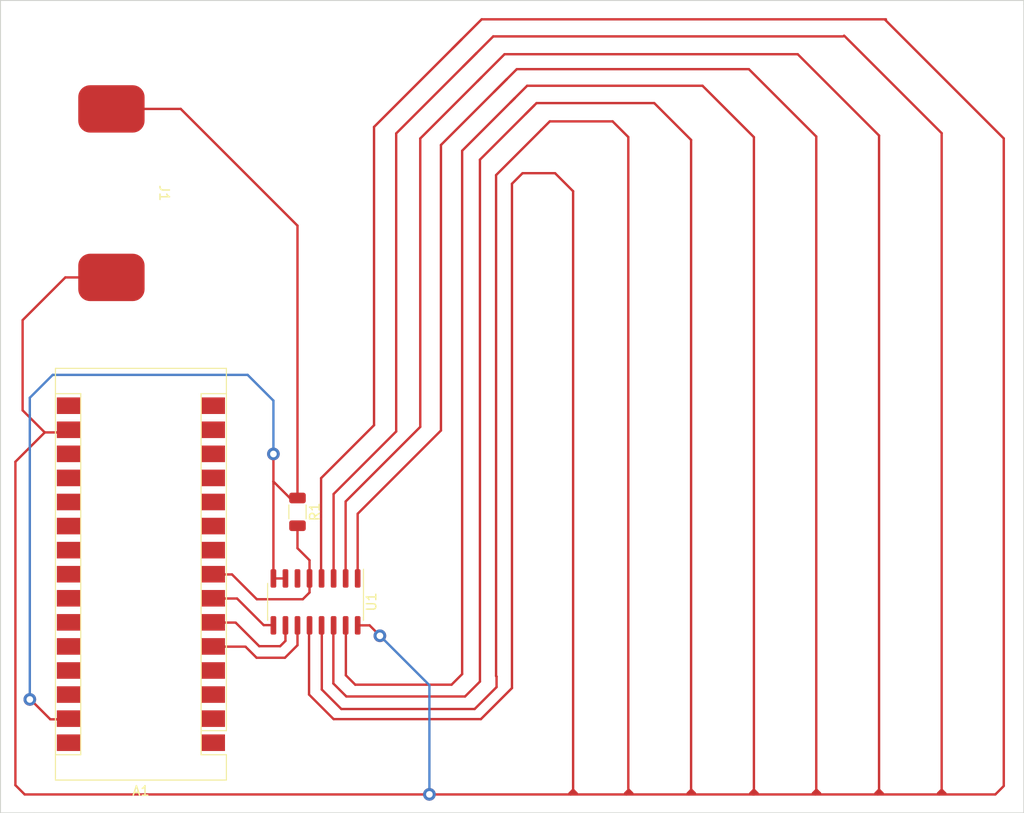
<source format=kicad_pcb>
(kicad_pcb (version 20211014) (generator pcbnew)
  (layers (0 "F.Cu" signal) (31 "B.Cu" signal) (34 "B.Paste" user) (35 "F.Paste" user) (36 "B.SilkS" user "B.Silkscreen") (37 "F.SilkS" user "F.Silkscreen") (38 "B.Mask" user) (39 "F.Mask" user) (44 "Edge.Cuts" user))
  (net 0 "")
  (net 4 "GND")
  (net 18 "Net-(A1-Pad8)")
  (net 33 "Net-(A1-Pad5)")
  (net 34 "Net-(A1-Pad6)")
  (net 35 "Net-(A1-Pad7)")
  (net 36 "Net-(A1-Pad17)")
  (footprint "Resistor_SMD:R_1206_3216Metric" (layer "F.Cu") (at 114.678229 92.290029 -90)
    (fp_text reference "R1" (at 0 -1.82 90) (layer "F.SilkS"))
    (fp_text value "R")
    (fp_line (start -0.727064 0.91) (end 0.727064 0.91) (layer "F.SilkS") (width 0.12))
    (fp_line (start -0.727064 -0.91) (end 0.727064 -0.91) (layer "F.SilkS") (width 0.12))
    (pad "1" smd roundrect (at -1.4625 0 270) (size 1.125 1.75) (layers "F.Cu" "F.Paste" "F.Mask") (roundrect_rratio 0.222222) (net 4 "GND"))
    (pad "2" smd roundrect (at 1.4625 0 270) (size 1.125 1.75) (layers "F.Cu" "F.Paste" "F.Mask") (roundrect_rratio 0.222222) (net 18 "Net-(A1-Pad8)"))
  )
  (footprint "ARTS-Lab:banana_connector" (layer "F.Cu") (at 100.124029 58.660429 -90)
    (fp_text reference "J1" (at 0 -0.5 -90 unlocked) (layer "F.SilkS"))
    (fp_text value "Conn_01x02_Female")
    (pad "1" smd roundrect (at -8.89 5.08 270) (size 5 7) (layers "F.Cu" "F.Paste" "F.Mask") (net 4 "GND"))
    (pad "2" smd roundrect (at 8.89 5.08 270) (size 5 7) (layers "F.Cu" "F.Paste" "F.Mask") (net 36 "Net-(A1-Pad17)"))
  )
  (footprint "Package_SO:SOIC-16_3.9x9.9mm_P1.27mm" (layer "F.Cu") (at 116.583229 101.789629 -90)
    (fp_text reference "U1" (at 0 -5.9 90) (layer "F.SilkS"))
    (fp_text value "SN74HCS15QDRQ1CT")
    (fp_line (start 0 -5.06) (end -3.45 -5.06) (layer "F.SilkS") (width 0.12))
    (fp_line (start 0 5.06) (end -1.95 5.06) (layer "F.SilkS") (width 0.12))
    (fp_line (start 0 -5.06) (end 1.95 -5.06) (layer "F.SilkS") (width 0.12))
    (fp_line (start 0 5.06) (end 1.95 5.06) (layer "F.SilkS") (width 0.12))
    (pad "1" smd roundrect (at -2.475 -4.445 270) (size 1.95 0.6) (layers "F.Cu" "F.Paste" "F.Mask"))
    (pad "2" smd roundrect (at -2.475 -3.175 270) (size 1.95 0.6) (layers "F.Cu" "F.Paste" "F.Mask"))
    (pad "3" smd roundrect (at -2.475 -1.905 270) (size 1.95 0.6) (layers "F.Cu" "F.Paste" "F.Mask"))
    (pad "4" smd roundrect (at -2.475 -0.635 270) (size 1.95 0.6) (layers "F.Cu" "F.Paste" "F.Mask"))
    (pad "5" smd roundrect (at -2.475 0.635 270) (size 1.95 0.6) (layers "F.Cu" "F.Paste" "F.Mask") (net 18 "Net-(A1-Pad8)"))
    (pad "6" smd roundrect (at -2.475 1.905 270) (size 1.95 0.6) (layers "F.Cu" "F.Paste" "F.Mask"))
    (pad "7" smd roundrect (at -2.475 3.175 270) (size 1.95 0.6) (layers "F.Cu" "F.Paste" "F.Mask") (net 4 "GND"))
    (pad "8" smd roundrect (at -2.475 4.445 270) (size 1.95 0.6) (layers "F.Cu" "F.Paste" "F.Mask") (net 4 "GND"))
    (pad "9" smd roundrect (at 2.475 4.445 270) (size 1.95 0.6) (layers "F.Cu" "F.Paste" "F.Mask") (net 35 "Net-(A1-Pad7)"))
    (pad "10" smd roundrect (at 2.475 3.175 270) (size 1.95 0.6) (layers "F.Cu" "F.Paste" "F.Mask") (net 34 "Net-(A1-Pad6)"))
    (pad "11" smd roundrect (at 2.475 1.905 270) (size 1.95 0.6) (layers "F.Cu" "F.Paste" "F.Mask") (net 33 "Net-(A1-Pad5)"))
    (pad "12" smd roundrect (at 2.475 0.635 270) (size 1.95 0.6) (layers "F.Cu" "F.Paste" "F.Mask"))
    (pad "13" smd roundrect (at 2.475 -0.635 270) (size 1.95 0.6) (layers "F.Cu" "F.Paste" "F.Mask"))
    (pad "14" smd roundrect (at 2.475 -1.905 270) (size 1.95 0.6) (layers "F.Cu" "F.Paste" "F.Mask"))
    (pad "15" smd roundrect (at 2.475 -3.175 270) (size 1.95 0.6) (layers "F.Cu" "F.Paste" "F.Mask"))
    (pad "16" smd roundrect (at 2.475 -4.445 270) (size 1.95 0.6) (layers "F.Cu" "F.Paste" "F.Mask") (net 36 "Net-(A1-Pad17)"))
  )
  (footprint "Module:Arduino_Nano" (layer "F.Cu") (at 105.778229 116.648629 180)
    (fp_text reference "A1" (at 7.62 -5.08) (layer "F.SilkS"))
    (fp_text value "Arduino_Nano_v3.x")
    (fp_line (start 16.64 39.5) (end 16.64 -3.94) (layer "F.SilkS") (width 0.12))
    (fp_line (start 16.64 -3.94) (end -1.4 -3.94) (layer "F.SilkS") (width 0.12))
    (fp_line (start 13.97 36.83) (end 16.64 36.83) (layer "F.SilkS") (width 0.12))
    (fp_line (start 13.97 -1.27) (end 13.97 36.83) (layer "F.SilkS") (width 0.12))
    (fp_line (start 1.27 1.27) (end 1.27 36.83) (layer "F.SilkS") (width 0.12))
    (fp_line (start -1.4 -3.94) (end -1.4 -1.27) (layer "F.SilkS") (width 0.12))
    (fp_line (start 1.27 36.83) (end -1.4 36.83) (layer "F.SilkS") (width 0.12))
    (fp_line (start 1.27 1.27) (end 1.27 -1.27) (layer "F.SilkS") (width 0.12))
    (fp_line (start 13.97 -1.27) (end 16.64 -1.27) (layer "F.SilkS") (width 0.12))
    (fp_line (start 1.27 1.27) (end -1.4 1.27) (layer "F.SilkS") (width 0.12))
    (fp_line (start -1.4 39.5) (end 16.64 39.5) (layer "F.SilkS") (width 0.12))
    (fp_line (start 1.27 -1.27) (end -1.4 -1.27) (layer "F.SilkS") (width 0.12))
    (fp_line (start -1.4 1.27) (end -1.4 39.5) (layer "F.SilkS") (width 0.12))
    (pad "1" smd rect (at 0 0 180) (size 2.5 1.75) (layers "F.Cu" "F.Paste" "F.Mask"))
    (pad "2" smd rect (at 0 2.54 180) (size 2.5 1.75) (layers "F.Cu" "F.Paste" "F.Mask"))
    (pad "3" smd rect (at 0 5.08 180) (size 2.5 1.75) (layers "F.Cu" "F.Paste" "F.Mask"))
    (pad "4" smd rect (at 0 7.62 180) (size 2.5 1.75) (layers "F.Cu" "F.Paste" "F.Mask") (net 4 "GND"))
    (pad "5" smd rect (at 0 10.16 180) (size 2.5 1.75) (layers "F.Cu" "F.Paste" "F.Mask") (net 33 "Net-(A1-Pad5)"))
    (pad "6" smd rect (at 0 12.7 180) (size 2.5 1.75) (layers "F.Cu" "F.Paste" "F.Mask") (net 34 "Net-(A1-Pad6)"))
    (pad "7" smd rect (at 0 15.24 180) (size 2.5 1.75) (layers "F.Cu" "F.Paste" "F.Mask") (net 35 "Net-(A1-Pad7)"))
    (pad "8" smd rect (at 0 17.78 180) (size 2.5 1.75) (layers "F.Cu" "F.Paste" "F.Mask") (net 18 "Net-(A1-Pad8)"))
    (pad "9" smd rect (at 0 20.32 180) (size 2.5 1.75) (layers "F.Cu" "F.Paste" "F.Mask"))
    (pad "10" smd rect (at 0 22.86 180) (size 2.5 1.75) (layers "F.Cu" "F.Paste" "F.Mask"))
    (pad "11" smd rect (at 0 25.4 180) (size 2.5 1.75) (layers "F.Cu" "F.Paste" "F.Mask"))
    (pad "12" smd rect (at 0 27.94 180) (size 2.5 1.75) (layers "F.Cu" "F.Paste" "F.Mask"))
    (pad "13" smd rect (at 0 30.48 180) (size 2.5 1.75) (layers "F.Cu" "F.Paste" "F.Mask"))
    (pad "14" smd rect (at 0 33.02 180) (size 2.5 1.75) (layers "F.Cu" "F.Paste" "F.Mask"))
    (pad "15" smd rect (at 0 35.56 180) (size 2.5 1.75) (layers "F.Cu" "F.Paste" "F.Mask"))
    (pad "16" smd rect (at 15.24 35.56 180) (size 2.5 1.75) (layers "F.Cu" "F.Paste" "F.Mask"))
    (pad "17" smd rect (at 15.24 33.02 180) (size 2.5 1.75) (layers "F.Cu" "F.Paste" "F.Mask") (net 36 "Net-(A1-Pad17)"))
    (pad "18" smd rect (at 15.24 30.48 180) (size 2.5 1.75) (layers "F.Cu" "F.Paste" "F.Mask"))
    (pad "19" smd rect (at 15.24 27.94 180) (size 2.5 1.75) (layers "F.Cu" "F.Paste" "F.Mask"))
    (pad "20" smd rect (at 15.24 25.4 180) (size 2.5 1.75) (layers "F.Cu" "F.Paste" "F.Mask"))
    (pad "21" smd rect (at 15.24 22.86 180) (size 2.5 1.75) (layers "F.Cu" "F.Paste" "F.Mask"))
    (pad "22" smd rect (at 15.24 20.32 180) (size 2.5 1.75) (layers "F.Cu" "F.Paste" "F.Mask"))
    (pad "23" smd rect (at 15.24 17.78 180) (size 2.5 1.75) (layers "F.Cu" "F.Paste" "F.Mask"))
    (pad "24" smd rect (at 15.24 15.24 180) (size 2.5 1.75) (layers "F.Cu" "F.Paste" "F.Mask"))
    (pad "25" smd rect (at 15.24 12.7 180) (size 2.5 1.75) (layers "F.Cu" "F.Paste" "F.Mask"))
    (pad "26" smd rect (at 15.24 10.16 180) (size 2.5 1.75) (layers "F.Cu" "F.Paste" "F.Mask"))
    (pad "27" smd rect (at 15.24 7.62 180) (size 2.5 1.75) (layers "F.Cu" "F.Paste" "F.Mask"))
    (pad "28" smd rect (at 15.24 5.08 180) (size 2.5 1.75) (layers "F.Cu" "F.Paste" "F.Mask"))
    (pad "29" smd rect (at 15.24 2.54 180) (size 2.5 1.75) (layers "F.Cu" "F.Paste" "F.Mask") (net 4 "GND"))
    (pad "30" smd rect (at 15.24 0 180) (size 2.5 1.75) (layers "F.Cu" "F.Paste" "F.Mask"))
  )
  (gr_circle (center 112.138229 86.184868) (end 112.70619 86.184868) (layer "F.Cu") (width 0.2) (fill solid))
  (gr_circle (center 123.37419 105.371029) (end 123.942151 105.371029) (layer "F.Cu") (width 0.2) (fill solid))
  (gr_circle (center 86.4362 112.08741) (end 87.004161 112.08741) (layer "F.Cu") (width 0.2) (fill solid))
  (gr_circle (center 128.597429 122.100468) (end 129.16539 122.100468) (layer "F.Cu") (width 0.2) (fill solid))
  (gr_circle (center 123.371419 105.360248) (end 123.93938 105.360248) (layer "B.Cu") (width 0.2) (fill solid))
  (gr_circle (center 112.135458 86.174087) (end 112.703419 86.174087) (layer "B.Cu") (width 0.2) (fill solid))
  (gr_circle (center 128.597429 122.100468) (end 129.16539 122.100468) (layer "B.Cu") (width 0.2) (fill solid))
  (gr_circle (center 86.433429 112.076629) (end 87.00139 112.076629) (layer "B.Cu") (width 0.2) (fill solid))
  (gr_line (start 191.3128 38.7096) (end 191.3128 38.3286) (layer "Edge.Cuts") (width 0.1))
  (gr_line (start 86.9188 124.0536) (end 191.3128 124.0536) (layer "Edge.Cuts") (width 0.1))
  (gr_line (start 86.9188 124.0536) (end 83.3374 124.0536) (layer "Edge.Cuts") (width 0.1))
  (gr_line (start 191.3128 124.0536) (end 191.3128 38.7096) (layer "Edge.Cuts") (width 0.1))
  (gr_line (start 83.3374 124.0536) (end 83.3374 38.3286) (layer "Edge.Cuts") (width 0.1))
  (gr_line (start 191.3128 38.3286) (end 83.3374 38.3286) (layer "Edge.Cuts") (width 0.1))
  (via (at 123.37419 105.371029) (size 0.71) (drill 0.7) (layers "F.Cu" "B.Cu") (net 0))
  (via (at 86.4362 112.08741) (size 0.71) (drill 0.7) (layers "F.Cu" "B.Cu") (net 0))
  (via (at 112.138229 86.184868) (size 0.71) (drill 0.7) (layers "F.Cu" "B.Cu") (net 0))
  (via (at 128.597429 122.100468) (size 0.71) (drill 0.7) (layers "F.Cu" "B.Cu") (net 0))
  (segment (start 112.163629 99.314629) (end 113.433629 99.314629) (width 0.25) (layer "F.Cu") (net 4))
  (segment (start 112.138229 89.089629) (end 112.138229 86.117829) (width 0.25) (layer "F.Cu") (net 4))
  (segment (start 114.678229 62.089429) (end 114.678229 90.827529) (width 0.25) (layer "F.Cu") (net 4))
  (segment (start 113.876129 90.827529) (end 112.138229 89.089629) (width 0.25) (layer "F.Cu") (net 4))
  (segment (start 114.678229 90.827529) (end 113.876129 90.827529) (width 0.25) (layer "F.Cu") (net 4))
  (segment (start 95.044029 49.770429) (end 102.359229 49.770429) (width 0.25) (layer "F.Cu") (net 4))
  (segment (start 102.359229 49.770429) (end 114.678229 62.089429) (width 0.25) (layer "F.Cu") (net 4))
  (segment (start 112.138229 99.314629) (end 112.138229 89.089629) (width 0.25) (layer "F.Cu") (net 4))
  (segment (start 88.5952 114.179371) (end 86.4362 112.020371) (width 0.25) (layer "F.Cu") (net 4))
  (segment (start 89.3572 114.179371) (end 88.5952 114.179371) (width 0.25) (layer "F.Cu") (net 4))
  (segment (start 112.138229 80.555229) (end 112.138229 86.117829) (width 0.25) (layer "B.Cu") (net 4))
  (segment (start 86.433429 112.000429) (end 86.433429 80.250429) (width 0.25) (layer "B.Cu") (net 4))
  (segment (start 86.433429 80.250429) (end 88.846429 77.837429) (width 0.25) (layer "B.Cu") (net 4))
  (segment (start 109.420429 77.837429) (end 112.138229 80.555229) (width 0.25) (layer "B.Cu") (net 4))
  (segment (start 88.846429 77.837429) (end 109.420429 77.837429) (width 0.25) (layer "B.Cu") (net 4))
  (segment (start 115.948229 99.71678) (end 115.948229 100.799029) (width 0.25) (layer "F.Cu") (net 18))
  (segment (start 115.973629 99.314629) (end 115.973629 99.69138) (width 0.25) (layer "F.Cu") (net 18))
  (segment (start 115.948229 99.314629) (end 115.948229 97.395429) (width 0.25) (layer "F.Cu") (net 18))
  (segment (start 114.678229 96.125429) (end 114.678229 93.752529) (width 0.25) (layer "F.Cu") (net 18))
  (segment (start 115.237029 101.510229) (end 110.385629 101.510229) (width 0.25) (layer "F.Cu") (net 18))
  (segment (start 107.769429 98.894029) (end 105.854429 98.894029) (width 0.25) (layer "F.Cu") (net 18))
  (segment (start 110.385629 101.510229) (end 107.769429 98.894029) (width 0.25) (layer "F.Cu") (net 18))
  (segment (start 115.973629 99.69138) (end 115.948229 99.71678) (width 0.25) (layer "F.Cu") (net 18))
  (segment (start 115.948229 100.799029) (end 115.237029 101.510229) (width 0.25) (layer "F.Cu") (net 18))
  (segment (start 115.948229 97.395429) (end 114.678229 96.125429) (width 0.25) (layer "F.Cu") (net 18))
  (segment (start 114.678229 106.361629) (end 113.357429 107.682429) (width 0.25) (layer "F.Cu") (net 33))
  (segment (start 109.191829 106.514029) (end 105.854429 106.514029) (width 0.25) (layer "F.Cu") (net 33))
  (segment (start 110.360229 107.682429) (end 109.191829 106.514029) (width 0.25) (layer "F.Cu") (net 33))
  (segment (start 114.678229 104.239229) (end 114.678229 106.361629) (width 0.25) (layer "F.Cu") (net 33))
  (segment (start 113.357429 107.682429) (end 110.360229 107.682429) (width 0.25) (layer "F.Cu") (net 33))
  (segment (start 113.408229 105.904429) (end 112.849429 106.463229) (width 0.25) (layer "F.Cu") (net 34))
  (segment (start 113.408229 104.239229) (end 113.408229 105.904429) (width 0.25) (layer "F.Cu") (net 34))
  (segment (start 112.849429 106.463229) (end 110.639629 106.463229) (width 0.25) (layer "F.Cu") (net 34))
  (segment (start 108.150429 103.974029) (end 105.854429 103.974029) (width 0.25) (layer "F.Cu") (net 34))
  (segment (start 110.639629 106.463229) (end 108.150429 103.974029) (width 0.25) (layer "F.Cu") (net 34))
  (segment (start 111.108029 104.239229) (end 108.302829 101.434029) (width 0.25) (layer "F.Cu") (net 35))
  (segment (start 112.138229 104.239229) (end 111.108029 104.239229) (width 0.25) (layer "F.Cu") (net 35))
  (segment (start 108.302829 101.434029) (end 105.854429 101.434029) (width 0.25) (layer "F.Cu") (net 35))
  (segment (start 118.488229 114.159429) (end 115.897429 111.568629) (width 0.25) (layer "F.Cu") (net 36))
  (segment (start 144.012458 121.988087) (end 143.504458 121.988087) (width 0.25) (layer "F.Cu") (net 36))
  (segment (start 135.633229 109.612829) (end 135.684029 109.663629) (width 0.25) (layer "F.Cu") (net 36))
  (segment (start 119.834429 111.771829) (end 118.462829 110.400229) (width 0.25) (layer "F.Cu") (net 36))
  (segment (start 137.309629 57.669829) (end 137.309629 110.882829) (width 0.25) (layer "F.Cu") (net 36))
  (segment (start 176.775404 40.316171) (end 134.112 40.316171) (width 0.25) (layer "F.Cu") (net 36))
  (segment (start 133.931429 110.197029) (end 132.356629 111.771829) (width 0.25) (layer "F.Cu") (net 36))
  (segment (start 135.3312 42.119571) (end 133.549085 43.901685) (width 0.25) (layer "F.Cu") (net 36))
  (segment (start 162.842087 122.115087) (end 162.862029 122.095145) (width 0.25) (layer "F.Cu") (net 36))
  (segment (start 136.525 43.999171) (end 134.069786 46.454386) (width 0.25) (layer "F.Cu") (net 36))
  (segment (start 156.486629 121.982629) (end 155.978629 121.982629) (width 0.25) (layer "F.Cu") (net 36))
  (segment (start 125.092229 83.806429) (end 118.488229 90.410429) (width 0.25) (layer "F.Cu") (net 36))
  (segment (start 141.3002 51.085771) (end 140.4112 51.974771) (width 0.25) (layer "F.Cu") (net 36))
  (segment (start 176.04379 121.643361) (end 176.04379 52.580761) (width 0.25) (layer "F.Cu") (net 36))
  (segment (start 125.092229 52.358541) (end 125.092229 83.806429) (width 0.25) (layer "F.Cu") (net 36))
  (segment (start 84.9122 87.004058) (end 88.008229 83.908029) (width 0.25) (layer "F.Cu") (net 36))
  (segment (start 143.761229 58.457229) (end 141.856229 56.552229) (width 0.25) (layer "F.Cu") (net 36))
  (segment (start 156.232629 121.601629) (end 156.613629 121.982629) (width 0.25) (layer "F.Cu") (net 36))
  (segment (start 143.377458 121.988087) (end 143.758458 121.607087) (width 0.25) (layer "F.Cu") (net 36))
  (segment (start 152.321029 49.155371) (end 139.9032 49.155371) (width 0.25) (layer "F.Cu") (net 36))
  (segment (start 169.567629 121.855629) (end 169.313629 122.109629) (width 0.25) (layer "F.Cu") (net 36))
  (segment (start 149.628629 121.855629) (end 149.374629 122.109629) (width 0.25) (layer "F.Cu") (net 36))
  (segment (start 139.645085 49.413485) (end 138.7348 50.323771) (width 0.25) (layer "F.Cu") (net 36))
  (segment (start 182.674029 121.665087) (end 182.648629 121.665087) (width 0.25) (layer "F.Cu") (net 36))
  (segment (start 143.758458 121.861087) (end 143.504458 122.115087) (width 0.25) (layer "F.Cu") (net 36))
  (segment (start 137.309629 110.882829) (end 134.033029 114.159429) (width 0.25) (layer "F.Cu") (net 36))
  (segment (start 141.856229 56.552229) (end 138.427229 56.552229) (width 0.25) (layer "F.Cu") (net 36))
  (segment (start 118.462829 110.400229) (end 118.462829 104.278829) (width 0.25) (layer "F.Cu") (net 36))
  (segment (start 169.440629 121.601629) (end 169.821629 121.982629) (width 0.25) (layer "F.Cu") (net 36))
  (segment (start 135.633229 56.755429) (end 135.633229 109.612829) (width 0.25) (layer "F.Cu") (net 36))
  (segment (start 182.648629 121.601629) (end 183.029629 121.982629) (width 0.25) (layer "F.Cu") (net 36))
  (segment (start 162.306 45.573971) (end 137.8204 45.573971) (width 0.25) (layer "F.Cu") (net 36))
  (segment (start 176.673804 40.358375) (end 189.2046 52.889171) (width 0.25) (layer "F.Cu") (net 36))
  (segment (start 134.033029 114.159429) (end 118.488229 114.159429) (width 0.25) (layer "F.Cu") (net 36))
  (segment (start 189.201829 121.220629) (end 188.312829 122.109629) (width 0.25) (layer "F.Cu") (net 36))
  (segment (start 143.631458 121.988087) (end 143.758458 121.861087) (width 0.25) (layer "F.Cu") (net 36))
  (segment (start 143.761229 121.601629) (end 143.761229 58.457229) (width 0.25) (layer "F.Cu") (net 36))
  (segment (start 143.758458 121.607087) (end 144.139458 121.988087) (width 0.25) (layer "F.Cu") (net 36))
  (segment (start 134.069786 46.454386) (end 127.632229 52.891943) (width 0.25) (layer "F.Cu") (net 36))
  (segment (start 188.312829 122.109629) (end 85.892829 122.109629) (width 0.25) (layer "F.Cu") (net 36))
  (segment (start 132.356629 111.771829) (end 119.834429 111.771829) (width 0.25) (layer "F.Cu") (net 36))
  (segment (start 176.044629 121.665087) (end 176.050151 121.665087) (width 0.25) (layer "F.Cu") (net 36))
  (segment (start 156.21 121.926371) (end 156.21 53.044342) (width 0.25) (layer "F.Cu") (net 36))
  (segment (start 134.069786 46.454386) (end 133.6548 46.869371) (width 0.25) (layer "F.Cu") (net 36))
  (segment (start 134.112 40.316171) (end 131.974285 42.453885) (width 0.25) (layer "F.Cu") (net 36))
  (segment (start 127.632229 83.323829) (end 119.758229 91.197829) (width 0.25) (layer "F.Cu") (net 36))
  (segment (start 121.028229 92.493229) (end 121.028229 99.224229) (width 0.25) (layer "F.Cu") (net 36))
  (segment (start 182.648629 121.855629) (end 182.394629 122.109629) (width 0.25) (layer "F.Cu") (net 36))
  (segment (start 136.762185 46.632185) (end 135.4074 47.986971) (width 0.25) (layer "F.Cu") (net 36))
  (segment (start 138.427229 56.552229) (end 137.309629 57.669829) (width 0.25) (layer "F.Cu") (net 36))
  (segment (start 183.029629 121.982629) (end 182.521629 121.982629) (width 0.25) (layer "F.Cu") (net 36))
  (segment (start 131.974285 42.453885) (end 131.0132 43.414971) (width 0.25) (layer "F.Cu") (net 36))
  (segment (start 172.2628 42.119571) (end 135.3312 42.119571) (width 0.25) (layer "F.Cu") (net 36))
  (segment (start 163.217629 121.982629) (end 162.709629 121.982629) (width 0.25) (layer "F.Cu") (net 36))
  (segment (start 122.284029 104.264629) (end 123.390429 105.371029) (width 0.25) (layer "F.Cu") (net 36))
  (segment (start 149.628629 121.601629) (end 150.009629 121.982629) (width 0.25) (layer "F.Cu") (net 36))
  (segment (start 162.709629 121.982629) (end 162.836629 121.855629) (width 0.25) (layer "F.Cu") (net 36))
  (segment (start 122.755429 51.672741) (end 122.755429 83.146029) (width 0.25) (layer "F.Cu") (net 36))
  (segment (start 175.917629 121.982629) (end 176.044629 121.855629) (width 0.25) (layer "F.Cu") (net 36))
  (segment (start 176.04379 52.580761) (end 167.4622 43.999171) (width 0.25) (layer "F.Cu") (net 36))
  (segment (start 129.816629 83.704829) (end 121.028229 92.493229) (width 0.25) (layer "F.Cu") (net 36))
  (segment (start 133.549085 43.901685) (end 132.1308 45.319971) (width 0.25) (layer "F.Cu") (net 36))
  (segment (start 136.762185 46.632185) (end 129.816629 53.577741) (width 0.25) (layer "F.Cu") (net 36))
  (segment (start 84.9122 121.129) (end 84.9122 87.004058) (width 0.25) (layer "F.Cu") (net 36))
  (segment (start 189.2046 52.889171) (end 189.2046 121.164371) (width 0.25) (layer "F.Cu") (net 36))
  (segment (start 172.360112 42.039083) (end 182.6514 52.330371) (width 0.25) (layer "F.Cu") (net 36))
  (segment (start 155.851629 121.982629) (end 156.232629 121.601629) (width 0.25) (layer "F.Cu") (net 36))
  (segment (start 132.051829 54.187341) (end 132.051829 109.409629) (width 0.25) (layer "F.Cu") (net 36))
  (segment (start 162.8394 122.089687) (end 162.8394 52.750804) (width 0.25) (layer "F.Cu") (net 36))
  (segment (start 133.372629 113.092629) (end 119.301029 113.092629) (width 0.25) (layer "F.Cu") (net 36))
  (segment (start 162.836629 121.601629) (end 163.217629 121.982629) (width 0.25) (layer "F.Cu") (net 36))
  (segment (start 182.6514 52.330371) (end 182.6514 121.659629) (width 0.25) (layer "F.Cu") (net 36))
  (segment (start 135.684029 109.663629) (end 135.684029 110.781229) (width 0.25) (layer "F.Cu") (net 36))
  (segment (start 137.600385 48.638785) (end 137.16 49.079171) (width 0.25) (layer "F.Cu") (net 36))
  (segment (start 182.521629 121.982629) (end 182.648629 121.855629) (width 0.25) (layer "F.Cu") (net 36))
  (segment (start 149.501629 121.982629) (end 149.628629 121.855629) (width 0.25) (layer "F.Cu") (net 36))
  (segment (start 85.6742 72.0598) (end 90.183571 67.550429) (width 0.25) (layer "F.Cu") (net 36))
  (segment (start 157.415167 47.326571) (end 138.9126 47.326571) (width 0.25) (layer "F.Cu") (net 36))
  (segment (start 88.008229 83.908029) (end 85.6742 81.574) (width 0.25) (layer "F.Cu") (net 36))
  (segment (start 119.758229 91.197829) (end 119.758229 99.224229) (width 0.25) (layer "F.Cu") (net 36))
  (segment (start 149.584888 121.498859) (end 149.584888 52.741059) (width 0.25) (layer "F.Cu") (net 36))
  (segment (start 149.247629 121.982629) (end 149.628629 121.601629) (width 0.25) (layer "F.Cu") (net 36))
  (segment (start 176.298629 121.982629) (end 175.790629 121.982629) (width 0.25) (layer "F.Cu") (net 36))
  (segment (start 133.549085 43.901685) (end 125.092229 52.358541) (width 0.25) (layer "F.Cu") (net 36))
  (segment (start 88.008229 83.908029) (end 89.813629 83.908029) (width 0.25) (layer "F.Cu") (net 36))
  (segment (start 156.21 53.044342) (end 152.321029 49.155371) (width 0.25) (layer "F.Cu") (net 36))
  (segment (start 118.488229 90.410429) (end 118.488229 99.224229) (width 0.25) (layer "F.Cu") (net 36))
  (segment (start 132.051829 109.409629) (end 130.934229 110.527229) (width 0.25) (layer "F.Cu") (net 36))
  (segment (start 140.4112 51.974771) (end 140.4112 51.977458) (width 0.25) (layer "F.Cu") (net 36))
  (segment (start 127.632229 52.891943) (end 127.632229 83.323829) (width 0.25) (layer "F.Cu") (net 36))
  (segment (start 117.167429 88.734029) (end 117.167429 99.224229) (width 0.25) (layer "F.Cu") (net 36))
  (segment (start 156.105629 121.982629) (end 156.232629 121.855629) (width 0.25) (layer "F.Cu") (net 36))
  (segment (start 176.044629 121.601629) (end 176.425629 121.982629) (width 0.25) (layer "F.Cu") (net 36))
  (segment (start 119.301029 113.092629) (end 117.243629 111.035229) (width 0.25) (layer "F.Cu") (net 36))
  (segment (start 90.183571 67.550429) (end 95.044029 67.550429) (width 0.25) (layer "F.Cu") (net 36))
  (segment (start 133.931429 55.127141) (end 133.931429 110.197029) (width 0.25) (layer "F.Cu") (net 36))
  (segment (start 122.755429 83.146029) (end 117.167429 88.734029) (width 0.25) (layer "F.Cu") (net 36))
  (segment (start 85.892829 122.109629) (end 84.9122 121.129) (width 0.25) (layer "F.Cu") (net 36))
  (segment (start 156.232629 121.855629) (end 155.978629 122.109629) (width 0.25) (layer "F.Cu") (net 36))
  (segment (start 149.882629 121.982629) (end 149.374629 121.982629) (width 0.25) (layer "F.Cu") (net 36))
  (segment (start 162.963629 121.855629) (end 162.709629 122.109629) (width 0.25) (layer "F.Cu") (net 36))
  (segment (start 138.9126 47.326571) (end 137.600385 48.638785) (width 0.25) (layer "F.Cu") (net 36))
  (segment (start 140.4112 51.977458) (end 135.633229 56.755429) (width 0.25) (layer "F.Cu") (net 36))
  (segment (start 176.050151 121.665087) (end 176.066419 121.648819) (width 0.25) (layer "F.Cu") (net 36))
  (segment (start 119.783629 109.536629) (end 119.783629 104.278829) (width 0.25) (layer "F.Cu") (net 36))
  (segment (start 147.9296 51.085771) (end 141.3002 51.085771) (width 0.25) (layer "F.Cu") (net 36))
  (segment (start 176.171629 121.855629) (end 175.917629 122.109629) (width 0.25) (layer "F.Cu") (net 36))
  (segment (start 139.9032 49.155371) (end 139.645085 49.413485) (width 0.25) (layer "F.Cu") (net 36))
  (segment (start 137.600385 48.638785) (end 132.051829 54.187341) (width 0.25) (layer "F.Cu") (net 36))
  (segment (start 182.267629 121.982629) (end 182.648629 121.601629) (width 0.25) (layer "F.Cu") (net 36))
  (segment (start 169.694629 121.982629) (end 169.186629 121.982629) (width 0.25) (layer "F.Cu") (net 36))
  (segment (start 169.418 121.570771) (end 169.418 52.685971) (width 0.25) (layer "F.Cu") (net 36))
  (segment (start 143.758458 121.657887) (end 143.762746 121.653599) (width 0.25) (layer "F.Cu") (net 36))
  (segment (start 121.028229 104.264629) (end 122.284029 104.264629) (width 0.25) (layer "F.Cu") (net 36))
  (segment (start 162.8394 52.750804) (end 157.415167 47.326571) (width 0.25) (layer "F.Cu") (net 36))
  (segment (start 131.974285 42.453885) (end 122.755429 51.672741) (width 0.25) (layer "F.Cu") (net 36))
  (segment (start 169.059629 121.982629) (end 169.440629 121.601629) (width 0.25) (layer "F.Cu") (net 36))
  (segment (start 137.8204 45.573971) (end 136.762185 46.632185) (width 0.25) (layer "F.Cu") (net 36))
  (segment (start 169.313629 121.982629) (end 169.440629 121.855629) (width 0.25) (layer "F.Cu") (net 36))
  (segment (start 175.663629 121.982629) (end 176.044629 121.601629) (width 0.25) (layer "F.Cu") (net 36))
  (segment (start 117.243629 111.035229) (end 117.243629 104.278829) (width 0.25) (layer "F.Cu") (net 36))
  (segment (start 130.934229 110.527229) (end 120.774229 110.527229) (width 0.25) (layer "F.Cu") (net 36))
  (segment (start 129.816629 53.577741) (end 129.816629 83.704829) (width 0.25) (layer "F.Cu") (net 36))
  (segment (start 162.455629 121.982629) (end 162.836629 121.601629) (width 0.25) (layer "F.Cu") (net 36))
  (segment (start 120.774229 110.527229) (end 119.783629 109.536629) (width 0.25) (layer "F.Cu") (net 36))
  (segment (start 167.4622 43.999171) (end 136.525 43.999171) (width 0.25) (layer "F.Cu") (net 36))
  (segment (start 115.897429 111.568629) (end 115.897429 104.278829) (width 0.25) (layer "F.Cu") (net 36))
  (segment (start 85.6742 81.574) (end 85.6742 72.0598) (width 0.25) (layer "F.Cu") (net 36))
  (segment (start 169.418 52.685971) (end 162.306 45.573971) (width 0.25) (layer "F.Cu") (net 36))
  (segment (start 135.684029 110.781229) (end 133.372629 113.092629) (width 0.25) (layer "F.Cu") (net 36))
  (segment (start 139.645085 49.413485) (end 133.931429 55.127141) (width 0.25) (layer "F.Cu") (net 36))
  (segment (start 149.584888 52.741059) (end 147.9296 51.085771) (width 0.25) (layer "F.Cu") (net 36))
  (segment (start 128.597429 110.578029) (end 123.390429 105.371029) (width 0.25) (layer "B.Cu") (net 36))
  (segment (start 128.597429 121.500029) (end 128.597429 110.578029) (width 0.25) (layer "B.Cu") (net 36))
)
</source>
